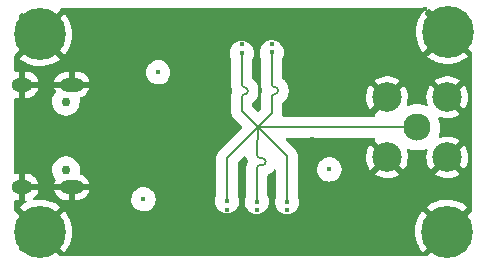
<source format=gbr>
%TF.GenerationSoftware,KiCad,Pcbnew,6.0.4-6f826c9f35~116~ubuntu20.04.1*%
%TF.CreationDate,2022-04-28T13:00:12+07:00*%
%TF.ProjectId,W2AEWPulseGenerator,57324145-5750-4756-9c73-6547656e6572,rev?*%
%TF.SameCoordinates,Original*%
%TF.FileFunction,Copper,L4,Bot*%
%TF.FilePolarity,Positive*%
%FSLAX46Y46*%
G04 Gerber Fmt 4.6, Leading zero omitted, Abs format (unit mm)*
G04 Created by KiCad (PCBNEW 6.0.4-6f826c9f35~116~ubuntu20.04.1) date 2022-04-28 13:00:12*
%MOMM*%
%LPD*%
G01*
G04 APERTURE LIST*
%TA.AperFunction,ComponentPad*%
%ADD10C,0.700000*%
%TD*%
%TA.AperFunction,ComponentPad*%
%ADD11C,4.400000*%
%TD*%
%TA.AperFunction,ComponentPad*%
%ADD12C,2.300000*%
%TD*%
%TA.AperFunction,ComponentPad*%
%ADD13C,2.500000*%
%TD*%
%TA.AperFunction,ComponentPad*%
%ADD14C,0.750000*%
%TD*%
%TA.AperFunction,ComponentPad*%
%ADD15O,2.000000X1.200000*%
%TD*%
%TA.AperFunction,ComponentPad*%
%ADD16O,1.800000X1.200000*%
%TD*%
%TA.AperFunction,ViaPad*%
%ADD17C,0.450000*%
%TD*%
%TA.AperFunction,Conductor*%
%ADD18C,0.205740*%
%TD*%
G04 APERTURE END LIST*
D10*
%TO.P,H3,1,1*%
%TO.N,GND*%
X136460000Y-82090000D03*
X135293274Y-82573274D03*
X134810000Y-83740000D03*
D11*
X136460000Y-83740000D03*
D10*
X137626726Y-82573274D03*
X136460000Y-85390000D03*
X135293274Y-84906726D03*
X138110000Y-83740000D03*
X137626726Y-84906726D03*
%TD*%
%TO.P,H4,1,1*%
%TO.N,GND*%
X100823274Y-82573274D03*
X100823274Y-84906726D03*
X101990000Y-82090000D03*
X103156726Y-84906726D03*
X101990000Y-85390000D03*
X103640000Y-83740000D03*
X100340000Y-83740000D03*
D11*
X101990000Y-83740000D03*
D10*
X103156726Y-82573274D03*
%TD*%
D12*
%TO.P,X1,1,1*%
%TO.N,/OUT*%
X133921150Y-74904600D03*
D13*
%TO.P,X1,2,2*%
%TO.N,GND*%
X131371250Y-72354700D03*
%TO.P,X1,3,2*%
X136471050Y-72354700D03*
%TO.P,X1,4,2*%
X136471050Y-77454500D03*
%TO.P,X1,5,2*%
X131371250Y-77454500D03*
%TD*%
D14*
%TO.P,USBC1,*%
%TO.N,*%
X104184600Y-72737900D03*
X104184600Y-78537900D03*
D15*
%TO.P,USBC1,0,0*%
%TO.N,GND*%
X104684600Y-71307900D03*
D16*
X100484600Y-79967900D03*
D15*
X104684600Y-79967900D03*
D16*
X100484600Y-71307900D03*
%TD*%
D10*
%TO.P,H2,1,1*%
%TO.N,GND*%
X103630000Y-67020000D03*
X101980000Y-68670000D03*
X100813274Y-68186726D03*
X100330000Y-67020000D03*
X101980000Y-65370000D03*
X103146726Y-68186726D03*
X103146726Y-65853274D03*
D11*
X101980000Y-67020000D03*
D10*
X100813274Y-65853274D03*
%TD*%
D11*
%TO.P,H1,1,1*%
%TO.N,GND*%
X136520000Y-66820000D03*
D10*
X136520000Y-68470000D03*
X138170000Y-66820000D03*
X134870000Y-66820000D03*
X137686726Y-65653274D03*
X135353274Y-67986726D03*
X137686726Y-67986726D03*
X135353274Y-65653274D03*
X136520000Y-65170000D03*
%TD*%
D17*
%TO.N,VCC*%
X126490000Y-78470000D03*
X110750000Y-81000000D03*
X112000000Y-70250000D03*
%TO.N,GND*%
X116960000Y-76630000D03*
X134620000Y-64860000D03*
X124270000Y-81160000D03*
X120345200Y-81915000D03*
X112000000Y-83500000D03*
X127640000Y-73730000D03*
X119100600Y-67843400D03*
X122910600Y-81915000D03*
X116480000Y-77900000D03*
X128180000Y-81210000D03*
X114250000Y-83500000D03*
X122750000Y-69750000D03*
X116480000Y-79990000D03*
X117017800Y-72110600D03*
X115510000Y-68580000D03*
X129133600Y-72085200D03*
X118000000Y-69750000D03*
X117850000Y-81910000D03*
X107054000Y-72462900D03*
X128219200Y-77647800D03*
X107109400Y-78875000D03*
X109750000Y-80000000D03*
X109150000Y-74180000D03*
X129750000Y-73740000D03*
X120290000Y-70360000D03*
X126000000Y-73740000D03*
X121615200Y-67843400D03*
X117970000Y-73520000D03*
X126700000Y-76350000D03*
X129160000Y-76220000D03*
X124170000Y-79810000D03*
X125030000Y-75900000D03*
%TO.N,/OUT*%
X119075200Y-68607400D03*
X120345200Y-81203800D03*
X117830600Y-81153000D03*
X122910600Y-81229200D03*
X121615200Y-68555600D03*
%TD*%
D18*
%TO.N,GND*%
X135353274Y-65653274D02*
X135353274Y-65593274D01*
X135353274Y-65593274D02*
X134620000Y-64860000D01*
%TO.N,/OUT*%
X121615200Y-73736200D02*
X120446800Y-74904600D01*
X121615200Y-72360540D02*
X121615200Y-72447000D01*
X121871971Y-72103770D02*
X121871970Y-72103770D01*
X119075200Y-72472400D02*
X119075200Y-73533000D01*
X120345200Y-77209800D02*
X120450000Y-74920000D01*
X119075200Y-72369756D02*
X119075200Y-72472400D01*
X119323878Y-71521078D02*
X119323879Y-71521078D01*
X122910600Y-81229200D02*
X122910600Y-77368400D01*
X121615200Y-68555600D02*
X121615200Y-71247000D01*
X121615200Y-72447000D02*
X121615200Y-73736200D01*
X120450000Y-74920000D02*
X120345200Y-75006200D01*
X121871970Y-71503770D02*
X121871971Y-71503770D01*
X119075200Y-68607400D02*
X119075200Y-71272400D01*
X119075200Y-73533000D02*
X120446800Y-74904600D01*
X120345200Y-75006200D02*
X120446800Y-74904600D01*
X120645200Y-78109800D02*
X120804582Y-78109800D01*
X117830600Y-77520800D02*
X120446800Y-74904600D01*
X119323879Y-72121078D02*
X119323878Y-72121078D01*
X122910600Y-77368400D02*
X120446800Y-74904600D01*
X133921150Y-74904600D02*
X120446800Y-74904600D01*
X122128741Y-71760540D02*
X122128741Y-71847000D01*
X117830600Y-81153000D02*
X117830600Y-77520800D01*
X120345200Y-81203800D02*
X120345200Y-78409800D01*
X120804582Y-77509800D02*
X120645200Y-77509800D01*
X119572557Y-71769756D02*
X119572557Y-71872400D01*
X120345200Y-77209800D02*
G75*
G03*
X120645200Y-77509800I300000J0D01*
G01*
X119323879Y-72121057D02*
G75*
G03*
X119572557Y-71872400I21J248657D01*
G01*
X122128730Y-71760540D02*
G75*
G03*
X121871971Y-71503770I-256730J40D01*
G01*
X121104600Y-77809800D02*
G75*
G02*
X120804582Y-78109800I-300000J0D01*
G01*
X119075178Y-72369756D02*
G75*
G02*
X119323878Y-72121078I248722J-44D01*
G01*
X121871970Y-71503800D02*
G75*
G02*
X121615200Y-71247000I30J256800D01*
G01*
X119323878Y-71521100D02*
G75*
G02*
X119075200Y-71272400I22J248700D01*
G01*
X119572622Y-71769756D02*
G75*
G03*
X119323879Y-71521078I-248722J-44D01*
G01*
X120645200Y-78109800D02*
G75*
G03*
X120345200Y-78409800I0J-300000D01*
G01*
X120804582Y-77509818D02*
G75*
G02*
X121104582Y-77809800I18J-299982D01*
G01*
X121615270Y-72360540D02*
G75*
G02*
X121871970Y-72103770I256730J40D01*
G01*
X121871971Y-72103741D02*
G75*
G03*
X122128741Y-71847000I29J256741D01*
G01*
%TD*%
%TA.AperFunction,Conductor*%
%TO.N,GND*%
G36*
X134455936Y-64842160D02*
G01*
X134502429Y-64895816D01*
X134512533Y-64966090D01*
X134486355Y-65026681D01*
X134302766Y-65257072D01*
X134298410Y-65263270D01*
X134131059Y-65534764D01*
X134127479Y-65541440D01*
X133993956Y-65831074D01*
X133991206Y-65838125D01*
X133893444Y-66141708D01*
X133891561Y-66149041D01*
X133830979Y-66462170D01*
X133829992Y-66469670D01*
X133807467Y-66787802D01*
X133807388Y-66795383D01*
X133823245Y-67113914D01*
X133824076Y-67121443D01*
X133878085Y-67435759D01*
X133879818Y-67443146D01*
X133971196Y-67748695D01*
X133973799Y-67755808D01*
X134101227Y-68048173D01*
X134104669Y-68054929D01*
X134266296Y-68329865D01*
X134270519Y-68336150D01*
X134421463Y-68533934D01*
X134432989Y-68542396D01*
X134445054Y-68535735D01*
X136430905Y-66549885D01*
X136493217Y-66515859D01*
X136564033Y-66520924D01*
X136609095Y-66549885D01*
X138555151Y-68495940D01*
X138589176Y-68558252D01*
X138592056Y-68585035D01*
X138592056Y-81918626D01*
X138572054Y-81986747D01*
X138545863Y-82011374D01*
X138546850Y-82012361D01*
X136460000Y-84099210D01*
X134749575Y-85809636D01*
X134687263Y-85843662D01*
X134660480Y-85846541D01*
X103789520Y-85846541D01*
X103721399Y-85826539D01*
X103700425Y-85809636D01*
X101631921Y-83741131D01*
X102354408Y-83741131D01*
X102354539Y-83742966D01*
X102358790Y-83749580D01*
X104063285Y-85454074D01*
X104076408Y-85461240D01*
X104086709Y-85453851D01*
X104190751Y-85326055D01*
X104195164Y-85319914D01*
X104365349Y-85050187D01*
X104369005Y-85043536D01*
X104505544Y-84755335D01*
X104508375Y-84748295D01*
X104609306Y-84445767D01*
X104611270Y-84438433D01*
X104675122Y-84125989D01*
X104676194Y-84118465D01*
X104702173Y-83799051D01*
X104702378Y-83794576D01*
X104702927Y-83742221D01*
X104702817Y-83737789D01*
X104701466Y-83715383D01*
X133747388Y-83715383D01*
X133763245Y-84033914D01*
X133764076Y-84041443D01*
X133818085Y-84355759D01*
X133819818Y-84363146D01*
X133911196Y-84668695D01*
X133913799Y-84675808D01*
X134041227Y-84968173D01*
X134044669Y-84974929D01*
X134206296Y-85249865D01*
X134210519Y-85256150D01*
X134361463Y-85453934D01*
X134372989Y-85462396D01*
X134385054Y-85455735D01*
X136087980Y-83752810D01*
X136095592Y-83738869D01*
X136095461Y-83737034D01*
X136091210Y-83730420D01*
X134386445Y-82025656D01*
X134373510Y-82018592D01*
X134362949Y-82026252D01*
X134242766Y-82177072D01*
X134238410Y-82183270D01*
X134071059Y-82454764D01*
X134067479Y-82461440D01*
X133933956Y-82751074D01*
X133931206Y-82758125D01*
X133833444Y-83061708D01*
X133831561Y-83069041D01*
X133770979Y-83382170D01*
X133769992Y-83389670D01*
X133747467Y-83707802D01*
X133747388Y-83715383D01*
X104701466Y-83715383D01*
X104683529Y-83417853D01*
X104682621Y-83410351D01*
X104625319Y-83096593D01*
X104623518Y-83089260D01*
X104528935Y-82784655D01*
X104526263Y-82777583D01*
X104395781Y-82486570D01*
X104392264Y-82479843D01*
X104227771Y-82206621D01*
X104223481Y-82200377D01*
X104087991Y-82026647D01*
X104076199Y-82018178D01*
X104064486Y-82024725D01*
X102362020Y-83727190D01*
X102354408Y-83741131D01*
X101631921Y-83741131D01*
X101630790Y-83740000D01*
X99916444Y-82025655D01*
X99884623Y-82008279D01*
X99834421Y-81958077D01*
X99819009Y-81897692D01*
X99819009Y-81653423D01*
X100267917Y-81653423D01*
X100274520Y-81665309D01*
X101977190Y-83367980D01*
X101991131Y-83375592D01*
X101992966Y-83375461D01*
X101999580Y-83371210D01*
X103704559Y-81666230D01*
X103711571Y-81653389D01*
X103703777Y-81642701D01*
X103541298Y-81514613D01*
X103535075Y-81510288D01*
X103262702Y-81344357D01*
X103256025Y-81340822D01*
X102965686Y-81208813D01*
X102958616Y-81206099D01*
X102654537Y-81109932D01*
X102647186Y-81108085D01*
X102333746Y-81049142D01*
X102326237Y-81048194D01*
X102007989Y-81027335D01*
X102000424Y-81027295D01*
X101681964Y-81044821D01*
X101674451Y-81045690D01*
X101565547Y-81064991D01*
X101494981Y-81057183D01*
X101439838Y-81012464D01*
X101417626Y-80945032D01*
X101435397Y-80876295D01*
X101465726Y-80841838D01*
X101547456Y-80777638D01*
X101556106Y-80769401D01*
X101686812Y-80618777D01*
X101693747Y-80609053D01*
X101793610Y-80436433D01*
X101798584Y-80425569D01*
X101864007Y-80237173D01*
X101864248Y-80236184D01*
X101864122Y-80235299D01*
X103209312Y-80235299D01*
X103230794Y-80324437D01*
X103234683Y-80335732D01*
X103317229Y-80517282D01*
X103323176Y-80527624D01*
X103438568Y-80690297D01*
X103446361Y-80699325D01*
X103590431Y-80837242D01*
X103599796Y-80844638D01*
X103767341Y-80952821D01*
X103777945Y-80958317D01*
X103962912Y-81032861D01*
X103974370Y-81036255D01*
X104171528Y-81074757D01*
X104180391Y-81075834D01*
X104183100Y-81075900D01*
X104412485Y-81075900D01*
X104427724Y-81071425D01*
X104428929Y-81070035D01*
X104430600Y-81062352D01*
X104430600Y-81057785D01*
X104938600Y-81057785D01*
X104943075Y-81073024D01*
X104944465Y-81074229D01*
X104952148Y-81075900D01*
X105134432Y-81075900D01*
X105140408Y-81075615D01*
X105289094Y-81061429D01*
X105300828Y-81059170D01*
X105492199Y-81003028D01*
X105503275Y-80998598D01*
X105528487Y-80985613D01*
X109719638Y-80985613D01*
X109721142Y-81003523D01*
X109735830Y-81178430D01*
X109736467Y-81186018D01*
X109791901Y-81379338D01*
X109807185Y-81409078D01*
X109850949Y-81494233D01*
X109883828Y-81558210D01*
X109887651Y-81563034D01*
X109887654Y-81563038D01*
X109930487Y-81617079D01*
X110008748Y-81715819D01*
X110013442Y-81719814D01*
X110105066Y-81797792D01*
X110161901Y-81846163D01*
X110167279Y-81849169D01*
X110167281Y-81849170D01*
X110248507Y-81894565D01*
X110337456Y-81944277D01*
X110528723Y-82006424D01*
X110728420Y-82030236D01*
X110734555Y-82029764D01*
X110734557Y-82029764D01*
X110922796Y-82015280D01*
X110922800Y-82015279D01*
X110928938Y-82014807D01*
X110984968Y-81999163D01*
X111116696Y-81962384D01*
X111116700Y-81962383D01*
X111122640Y-81960724D01*
X111128144Y-81957944D01*
X111128146Y-81957943D01*
X111296646Y-81872828D01*
X111296648Y-81872827D01*
X111302149Y-81870048D01*
X111447442Y-81756533D01*
X111455771Y-81750026D01*
X111455772Y-81750025D01*
X111460627Y-81746232D01*
X111550803Y-81641762D01*
X111588008Y-81598660D01*
X111588009Y-81598658D01*
X111592037Y-81593992D01*
X111612364Y-81558210D01*
X111688329Y-81424488D01*
X111688331Y-81424484D01*
X111691374Y-81419127D01*
X111726101Y-81314734D01*
X111752909Y-81234145D01*
X111752910Y-81234142D01*
X111754854Y-81228297D01*
X111766184Y-81138613D01*
X116800238Y-81138613D01*
X116800754Y-81144756D01*
X116816408Y-81331167D01*
X116817067Y-81339018D01*
X116872501Y-81532338D01*
X116901423Y-81588615D01*
X116941312Y-81666230D01*
X116964428Y-81711210D01*
X116968251Y-81716034D01*
X116968254Y-81716038D01*
X117028650Y-81792238D01*
X117089348Y-81868819D01*
X117094042Y-81872814D01*
X117209134Y-81970765D01*
X117242501Y-81999163D01*
X117247879Y-82002169D01*
X117247881Y-82002170D01*
X117290971Y-82026252D01*
X117418056Y-82097277D01*
X117609323Y-82159424D01*
X117809020Y-82183236D01*
X117815155Y-82182764D01*
X117815157Y-82182764D01*
X118003396Y-82168280D01*
X118003400Y-82168279D01*
X118009538Y-82167807D01*
X118073383Y-82149981D01*
X118197296Y-82115384D01*
X118197300Y-82115383D01*
X118203240Y-82113724D01*
X118208744Y-82110944D01*
X118208746Y-82110943D01*
X118377246Y-82025828D01*
X118377248Y-82025827D01*
X118382749Y-82023048D01*
X118487421Y-81941270D01*
X118536371Y-81903026D01*
X118536372Y-81903025D01*
X118541227Y-81899232D01*
X118642477Y-81781933D01*
X118668608Y-81751660D01*
X118668609Y-81751658D01*
X118672637Y-81746992D01*
X118693090Y-81710988D01*
X118768929Y-81577488D01*
X118768931Y-81577484D01*
X118771974Y-81572127D01*
X118810106Y-81457497D01*
X118833509Y-81387145D01*
X118833510Y-81387142D01*
X118835454Y-81381297D01*
X118860660Y-81181772D01*
X118861062Y-81153000D01*
X118841437Y-80952849D01*
X118783310Y-80760321D01*
X118748718Y-80695264D01*
X118733970Y-80636112D01*
X118733970Y-77947178D01*
X118753972Y-77879057D01*
X118770875Y-77858083D01*
X119250775Y-77378183D01*
X119313087Y-77344157D01*
X119383902Y-77349222D01*
X119440738Y-77391769D01*
X119462389Y-77437864D01*
X119497188Y-77582812D01*
X119499081Y-77587383D01*
X119499082Y-77587385D01*
X119569674Y-77757808D01*
X119568522Y-77758285D01*
X119580559Y-77822373D01*
X119569059Y-77861537D01*
X119569674Y-77861792D01*
X119497188Y-78036788D01*
X119484018Y-78091645D01*
X119454125Y-78216156D01*
X119454124Y-78216162D01*
X119452970Y-78220969D01*
X119446780Y-78299627D01*
X119441978Y-78360639D01*
X119441679Y-78363892D01*
X119436854Y-78409800D01*
X119437544Y-78416365D01*
X119441140Y-78450577D01*
X119441830Y-78463748D01*
X119441830Y-80685900D01*
X119426244Y-80746601D01*
X119401035Y-80792455D01*
X119401030Y-80792466D01*
X119398066Y-80797858D01*
X119396205Y-80803725D01*
X119396204Y-80803727D01*
X119350772Y-80946947D01*
X119337256Y-80989555D01*
X119314838Y-81189413D01*
X119317885Y-81225694D01*
X119330438Y-81375178D01*
X119331667Y-81389818D01*
X119333365Y-81395739D01*
X119333365Y-81395740D01*
X119341609Y-81424488D01*
X119387101Y-81583138D01*
X119429331Y-81665309D01*
X119452921Y-81711210D01*
X119479028Y-81762010D01*
X119482851Y-81766834D01*
X119482854Y-81766838D01*
X119566862Y-81872828D01*
X119603948Y-81919619D01*
X119608642Y-81923614D01*
X119728743Y-82025828D01*
X119757101Y-82049963D01*
X119762479Y-82052969D01*
X119762481Y-82052970D01*
X119836379Y-82094270D01*
X119932656Y-82148077D01*
X120123923Y-82210224D01*
X120323620Y-82234036D01*
X120329755Y-82233564D01*
X120329757Y-82233564D01*
X120517996Y-82219080D01*
X120518000Y-82219079D01*
X120524138Y-82218607D01*
X120620923Y-82191584D01*
X120711896Y-82166184D01*
X120711900Y-82166183D01*
X120717840Y-82164524D01*
X120723344Y-82161744D01*
X120723346Y-82161743D01*
X120891846Y-82076628D01*
X120891848Y-82076627D01*
X120897349Y-82073848D01*
X121055827Y-81950032D01*
X121161283Y-81827860D01*
X121183208Y-81802460D01*
X121183209Y-81802458D01*
X121187237Y-81797792D01*
X121207564Y-81762010D01*
X121283529Y-81628288D01*
X121283531Y-81628284D01*
X121286574Y-81622927D01*
X121329384Y-81494233D01*
X121348109Y-81437945D01*
X121348110Y-81437942D01*
X121350054Y-81432097D01*
X121375260Y-81232572D01*
X121375662Y-81203800D01*
X121356037Y-81003649D01*
X121297910Y-80811121D01*
X121263318Y-80746064D01*
X121248570Y-80686912D01*
X121248570Y-79012614D01*
X121268572Y-78944493D01*
X121326355Y-78896204D01*
X121347984Y-78887246D01*
X121347990Y-78887243D01*
X121352563Y-78885349D01*
X121371986Y-78873448D01*
X121509856Y-78788968D01*
X121514075Y-78786383D01*
X121658117Y-78663368D01*
X121781140Y-78519334D01*
X121781421Y-78519574D01*
X121835519Y-78477859D01*
X121906255Y-78471785D01*
X121969046Y-78504918D01*
X122003956Y-78566739D01*
X122007230Y-78595275D01*
X122007230Y-80711300D01*
X121991644Y-80772001D01*
X121966435Y-80817855D01*
X121966430Y-80817866D01*
X121963466Y-80823258D01*
X121961605Y-80829125D01*
X121961604Y-80829127D01*
X121938858Y-80900831D01*
X121902656Y-81014955D01*
X121880238Y-81214813D01*
X121882649Y-81243526D01*
X121894710Y-81387145D01*
X121897067Y-81415218D01*
X121952501Y-81608538D01*
X121998465Y-81697974D01*
X122033856Y-81766838D01*
X122044428Y-81787410D01*
X122048251Y-81792234D01*
X122048254Y-81792238D01*
X122161448Y-81935051D01*
X122169348Y-81945019D01*
X122174042Y-81949014D01*
X122268923Y-82029764D01*
X122322501Y-82075363D01*
X122327879Y-82078369D01*
X122327881Y-82078370D01*
X122386164Y-82110943D01*
X122498056Y-82173477D01*
X122689323Y-82235624D01*
X122889020Y-82259436D01*
X122895155Y-82258964D01*
X122895157Y-82258964D01*
X123083396Y-82244480D01*
X123083400Y-82244479D01*
X123089538Y-82244007D01*
X123180510Y-82218607D01*
X123277296Y-82191584D01*
X123277300Y-82191583D01*
X123283240Y-82189924D01*
X123288744Y-82187144D01*
X123288746Y-82187143D01*
X123457246Y-82102028D01*
X123457248Y-82102027D01*
X123462749Y-82099248D01*
X123552014Y-82029507D01*
X123616371Y-81979226D01*
X123616372Y-81979225D01*
X123621227Y-81975432D01*
X123709792Y-81872828D01*
X123748608Y-81827860D01*
X123748609Y-81827858D01*
X123752637Y-81823192D01*
X123755682Y-81817832D01*
X123848929Y-81653688D01*
X123848931Y-81653684D01*
X123849079Y-81653423D01*
X134737917Y-81653423D01*
X134744520Y-81665309D01*
X136447190Y-83367980D01*
X136461131Y-83375592D01*
X136462966Y-83375461D01*
X136469580Y-83371210D01*
X138174559Y-81666230D01*
X138181571Y-81653389D01*
X138173777Y-81642701D01*
X138011298Y-81514613D01*
X138005075Y-81510288D01*
X137732702Y-81344357D01*
X137726025Y-81340822D01*
X137435686Y-81208813D01*
X137428616Y-81206099D01*
X137124537Y-81109932D01*
X137117186Y-81108085D01*
X136803746Y-81049142D01*
X136796237Y-81048194D01*
X136477989Y-81027335D01*
X136470424Y-81027295D01*
X136151964Y-81044821D01*
X136144450Y-81045690D01*
X135830405Y-81101348D01*
X135823044Y-81103115D01*
X135517980Y-81196092D01*
X135510860Y-81198740D01*
X135219182Y-81327690D01*
X135212445Y-81331167D01*
X134938355Y-81494233D01*
X134932091Y-81498490D01*
X134746385Y-81641762D01*
X134737917Y-81653423D01*
X123849079Y-81653423D01*
X123851974Y-81648327D01*
X123915454Y-81457497D01*
X123940660Y-81257972D01*
X123941062Y-81229200D01*
X123921437Y-81029049D01*
X123863310Y-80836521D01*
X123828718Y-80771464D01*
X123813970Y-80712312D01*
X123813970Y-78455613D01*
X125459638Y-78455613D01*
X125476467Y-78656018D01*
X125478165Y-78661939D01*
X125478165Y-78661940D01*
X125479497Y-78666584D01*
X125531901Y-78849338D01*
X125549078Y-78882761D01*
X125600583Y-78982979D01*
X125623828Y-79028210D01*
X125627651Y-79033034D01*
X125627654Y-79033038D01*
X125673723Y-79091162D01*
X125748748Y-79185819D01*
X125753442Y-79189814D01*
X125784031Y-79215847D01*
X125901901Y-79316163D01*
X125907279Y-79319169D01*
X125907281Y-79319170D01*
X125989678Y-79365220D01*
X126077456Y-79414277D01*
X126268723Y-79476424D01*
X126468420Y-79500236D01*
X126474555Y-79499764D01*
X126474557Y-79499764D01*
X126662796Y-79485280D01*
X126662800Y-79485279D01*
X126668938Y-79484807D01*
X126705782Y-79474520D01*
X126856696Y-79432384D01*
X126856700Y-79432383D01*
X126862640Y-79430724D01*
X126868144Y-79427944D01*
X126868146Y-79427943D01*
X127036646Y-79342828D01*
X127036648Y-79342827D01*
X127042149Y-79340048D01*
X127200627Y-79216232D01*
X127284092Y-79119537D01*
X127328008Y-79068660D01*
X127328009Y-79068658D01*
X127332037Y-79063992D01*
X127352364Y-79028210D01*
X127428329Y-78894488D01*
X127428331Y-78894484D01*
X127431374Y-78889127D01*
X127439855Y-78863633D01*
X130326862Y-78863633D01*
X130335575Y-78875153D01*
X130433268Y-78946784D01*
X130441178Y-78951727D01*
X130664140Y-79069033D01*
X130672703Y-79072756D01*
X130910554Y-79155818D01*
X130919563Y-79158232D01*
X131167092Y-79205227D01*
X131176348Y-79206281D01*
X131428107Y-79216173D01*
X131437421Y-79215847D01*
X131687865Y-79188420D01*
X131697042Y-79186719D01*
X131940681Y-79122574D01*
X131949501Y-79119537D01*
X132180986Y-79020083D01*
X132189258Y-79015776D01*
X132403499Y-78883200D01*
X132410438Y-78878158D01*
X132418768Y-78865519D01*
X132417664Y-78863633D01*
X135426662Y-78863633D01*
X135435375Y-78875153D01*
X135533068Y-78946784D01*
X135540978Y-78951727D01*
X135763940Y-79069033D01*
X135772503Y-79072756D01*
X136010354Y-79155818D01*
X136019363Y-79158232D01*
X136266892Y-79205227D01*
X136276148Y-79206281D01*
X136527907Y-79216173D01*
X136537221Y-79215847D01*
X136787665Y-79188420D01*
X136796842Y-79186719D01*
X137040481Y-79122574D01*
X137049301Y-79119537D01*
X137280786Y-79020083D01*
X137289058Y-79015776D01*
X137503299Y-78883200D01*
X137510238Y-78878158D01*
X137518568Y-78865519D01*
X137512506Y-78855166D01*
X136483862Y-77826522D01*
X136469918Y-77818908D01*
X136468085Y-77819039D01*
X136461470Y-77823290D01*
X135433320Y-78851440D01*
X135426662Y-78863633D01*
X132417664Y-78863633D01*
X132412706Y-78855166D01*
X131384062Y-77826522D01*
X131370118Y-77818908D01*
X131368285Y-77819039D01*
X131361670Y-77823290D01*
X130333520Y-78851440D01*
X130326862Y-78863633D01*
X127439855Y-78863633D01*
X127476719Y-78752814D01*
X127492909Y-78704145D01*
X127492910Y-78704142D01*
X127494854Y-78698297D01*
X127520060Y-78498772D01*
X127520462Y-78470000D01*
X127500837Y-78269849D01*
X127442710Y-78077321D01*
X127418727Y-78032215D01*
X127351190Y-77905197D01*
X127351189Y-77905195D01*
X127348294Y-77899751D01*
X127268027Y-77801334D01*
X127225081Y-77748676D01*
X127225078Y-77748673D01*
X127221186Y-77743901D01*
X127214638Y-77738484D01*
X127070977Y-77619637D01*
X127070974Y-77619635D01*
X127066227Y-77615708D01*
X126889320Y-77520055D01*
X126772506Y-77483895D01*
X126703090Y-77462407D01*
X126703087Y-77462406D01*
X126697203Y-77460585D01*
X126691078Y-77459941D01*
X126691077Y-77459941D01*
X126503322Y-77440207D01*
X126503321Y-77440207D01*
X126497194Y-77439563D01*
X126413056Y-77447220D01*
X126303050Y-77457231D01*
X126303047Y-77457232D01*
X126296911Y-77457790D01*
X126291005Y-77459528D01*
X126291001Y-77459529D01*
X126190474Y-77489116D01*
X126103982Y-77514572D01*
X126048441Y-77543608D01*
X125938053Y-77601318D01*
X125925757Y-77607746D01*
X125769024Y-77733763D01*
X125639752Y-77887823D01*
X125636788Y-77893215D01*
X125636785Y-77893219D01*
X125607121Y-77947178D01*
X125542866Y-78064058D01*
X125541005Y-78069925D01*
X125541004Y-78069927D01*
X125493091Y-78220969D01*
X125482056Y-78255755D01*
X125459638Y-78455613D01*
X123813970Y-78455613D01*
X123813970Y-77449413D01*
X123815521Y-77429702D01*
X123816669Y-77422455D01*
X123817701Y-77415939D01*
X123817548Y-77413023D01*
X129609148Y-77413023D01*
X129621237Y-77664675D01*
X129622374Y-77673935D01*
X129671524Y-77921035D01*
X129674018Y-77930028D01*
X129759150Y-78167139D01*
X129762950Y-78175674D01*
X129882196Y-78397601D01*
X129887207Y-78405468D01*
X129950696Y-78490490D01*
X129961954Y-78498939D01*
X129974373Y-78492167D01*
X130999228Y-77467312D01*
X131006842Y-77453368D01*
X131006711Y-77451535D01*
X131002460Y-77444920D01*
X129972571Y-76415031D01*
X129959263Y-76407764D01*
X129949224Y-76414886D01*
X129939011Y-76427166D01*
X129933596Y-76434758D01*
X129802896Y-76650146D01*
X129798658Y-76658463D01*
X129701231Y-76890799D01*
X129698270Y-76899649D01*
X129636256Y-77143831D01*
X129634634Y-77153028D01*
X129609393Y-77403698D01*
X129609148Y-77413023D01*
X123817548Y-77413023D01*
X123817292Y-77408121D01*
X123814143Y-77348053D01*
X123813970Y-77341458D01*
X123813970Y-77321058D01*
X123811837Y-77300762D01*
X123811320Y-77294187D01*
X123808108Y-77232905D01*
X123807762Y-77226303D01*
X123804155Y-77212841D01*
X123800553Y-77193408D01*
X123800553Y-77193407D01*
X123799096Y-77179544D01*
X123778086Y-77114881D01*
X123776214Y-77108563D01*
X123760323Y-77049255D01*
X123760322Y-77049252D01*
X123758614Y-77042878D01*
X123752288Y-77030463D01*
X123744720Y-77012193D01*
X123740415Y-76998942D01*
X123706422Y-76940064D01*
X123703276Y-76934269D01*
X123675403Y-76879567D01*
X123675401Y-76879564D01*
X123672403Y-76873680D01*
X123668251Y-76868553D01*
X123668248Y-76868548D01*
X123663634Y-76862851D01*
X123652435Y-76846556D01*
X123648769Y-76840206D01*
X123648766Y-76840202D01*
X123645467Y-76834488D01*
X123599970Y-76783958D01*
X123595687Y-76778942D01*
X123584939Y-76765669D01*
X123584927Y-76765655D01*
X123582855Y-76763097D01*
X123568451Y-76748693D01*
X123563909Y-76743908D01*
X123522821Y-76698275D01*
X123518402Y-76693367D01*
X123513060Y-76689486D01*
X123513058Y-76689484D01*
X123507124Y-76685173D01*
X123492090Y-76672332D01*
X122842823Y-76023065D01*
X122808797Y-75960753D01*
X122813862Y-75889938D01*
X122856409Y-75833102D01*
X122922929Y-75808291D01*
X122931918Y-75807970D01*
X130254177Y-75807970D01*
X130322298Y-75827972D01*
X130368791Y-75881628D01*
X130378895Y-75951902D01*
X130349401Y-76016482D01*
X130341124Y-76023721D01*
X130324466Y-76043303D01*
X130329039Y-76053079D01*
X132771163Y-78495203D01*
X132783543Y-78501963D01*
X132791884Y-78495719D01*
X132918015Y-78299627D01*
X132922462Y-78291436D01*
X133025941Y-78061722D01*
X133029132Y-78052955D01*
X133097519Y-77810476D01*
X133099379Y-77801334D01*
X133131366Y-77549896D01*
X133131847Y-77543608D01*
X133134097Y-77457660D01*
X133133946Y-77451351D01*
X133115162Y-77198574D01*
X133113786Y-77189368D01*
X133058179Y-76943626D01*
X133055455Y-76934715D01*
X133033949Y-76879412D01*
X133027902Y-76808673D01*
X133061059Y-76745895D01*
X133122893Y-76711008D01*
X133193772Y-76715090D01*
X133200513Y-76717719D01*
X133283632Y-76752916D01*
X133283637Y-76752918D01*
X133287735Y-76754653D01*
X133292032Y-76755792D01*
X133292037Y-76755794D01*
X133421232Y-76790049D01*
X133554729Y-76825445D01*
X133829034Y-76857911D01*
X134105177Y-76851404D01*
X134236270Y-76829584D01*
X134373258Y-76806783D01*
X134373262Y-76806782D01*
X134377648Y-76806052D01*
X134381889Y-76804711D01*
X134381892Y-76804710D01*
X134636750Y-76724109D01*
X134636755Y-76724107D01*
X134640055Y-76723063D01*
X134640058Y-76723063D01*
X134641011Y-76722761D01*
X134641077Y-76722969D01*
X134709891Y-76716659D01*
X134772873Y-76749429D01*
X134808140Y-76811047D01*
X134804495Y-76881950D01*
X134801780Y-76889013D01*
X134801032Y-76890796D01*
X134798070Y-76899649D01*
X134736056Y-77143831D01*
X134734434Y-77153028D01*
X134709193Y-77403698D01*
X134708948Y-77413023D01*
X134721037Y-77664675D01*
X134722174Y-77673935D01*
X134771324Y-77921035D01*
X134773818Y-77930028D01*
X134858950Y-78167139D01*
X134862750Y-78175674D01*
X134981996Y-78397601D01*
X134987007Y-78405468D01*
X135050496Y-78490490D01*
X135061754Y-78498939D01*
X135074173Y-78492167D01*
X136110708Y-77455632D01*
X136835458Y-77455632D01*
X136835589Y-77457465D01*
X136839840Y-77464080D01*
X137870963Y-78495203D01*
X137883343Y-78501963D01*
X137891684Y-78495719D01*
X138017815Y-78299627D01*
X138022262Y-78291436D01*
X138125741Y-78061722D01*
X138128932Y-78052955D01*
X138197319Y-77810476D01*
X138199179Y-77801334D01*
X138231166Y-77549896D01*
X138231647Y-77543608D01*
X138233897Y-77457660D01*
X138233746Y-77451351D01*
X138214962Y-77198574D01*
X138213586Y-77189368D01*
X138157979Y-76943626D01*
X138155255Y-76934715D01*
X138063938Y-76699892D01*
X138059927Y-76691483D01*
X137934904Y-76472740D01*
X137929693Y-76465014D01*
X137892441Y-76417761D01*
X137880516Y-76409290D01*
X137868984Y-76415776D01*
X136843072Y-77441688D01*
X136835458Y-77455632D01*
X136110708Y-77455632D01*
X137509469Y-76056871D01*
X137515853Y-76045181D01*
X137506441Y-76033070D01*
X137369643Y-75938170D01*
X137361615Y-75933442D01*
X137135643Y-75822005D01*
X137127010Y-75818517D01*
X136887048Y-75741705D01*
X136877988Y-75739529D01*
X136629310Y-75699029D01*
X136620023Y-75698217D01*
X136368103Y-75694919D01*
X136358792Y-75695489D01*
X136109147Y-75729464D01*
X136100028Y-75731402D01*
X135887450Y-75793363D01*
X135816454Y-75793222D01*
X135756804Y-75754720D01*
X135727439Y-75690081D01*
X135736952Y-75621449D01*
X135759225Y-75571069D01*
X135759228Y-75571061D01*
X135761025Y-75566996D01*
X135836003Y-75301147D01*
X135872773Y-75027386D01*
X135876632Y-74904600D01*
X135857123Y-74629070D01*
X135798987Y-74359038D01*
X135731875Y-74177122D01*
X135727063Y-74106289D01*
X135761310Y-74044099D01*
X135823743Y-74010297D01*
X135891628Y-74014557D01*
X136010354Y-74056018D01*
X136019363Y-74058432D01*
X136266892Y-74105427D01*
X136276148Y-74106481D01*
X136527907Y-74116373D01*
X136537221Y-74116047D01*
X136787665Y-74088620D01*
X136796842Y-74086919D01*
X137040481Y-74022774D01*
X137049301Y-74019737D01*
X137280786Y-73920283D01*
X137289058Y-73915976D01*
X137503299Y-73783400D01*
X137510238Y-73778358D01*
X137518568Y-73765719D01*
X137512506Y-73755366D01*
X136112972Y-72355832D01*
X136835458Y-72355832D01*
X136835589Y-72357665D01*
X136839840Y-72364280D01*
X137870963Y-73395403D01*
X137883343Y-73402163D01*
X137891684Y-73395919D01*
X138017815Y-73199827D01*
X138022262Y-73191636D01*
X138125741Y-72961922D01*
X138128932Y-72953155D01*
X138197319Y-72710676D01*
X138199179Y-72701534D01*
X138231166Y-72450096D01*
X138231647Y-72443808D01*
X138233897Y-72357860D01*
X138233746Y-72351551D01*
X138214962Y-72098774D01*
X138213586Y-72089568D01*
X138157979Y-71843826D01*
X138155255Y-71834915D01*
X138063938Y-71600092D01*
X138059927Y-71591683D01*
X137934904Y-71372940D01*
X137929693Y-71365214D01*
X137892441Y-71317961D01*
X137880516Y-71309490D01*
X137868984Y-71315976D01*
X136843072Y-72341888D01*
X136835458Y-72355832D01*
X136112972Y-72355832D01*
X135072371Y-71315231D01*
X135059063Y-71307964D01*
X135049024Y-71315086D01*
X135038811Y-71327366D01*
X135033396Y-71334958D01*
X134902696Y-71550346D01*
X134898458Y-71558663D01*
X134801031Y-71790999D01*
X134798070Y-71799849D01*
X134736056Y-72044031D01*
X134734434Y-72053228D01*
X134709193Y-72303898D01*
X134708948Y-72313223D01*
X134721037Y-72564875D01*
X134722174Y-72574135D01*
X134771324Y-72821235D01*
X134773817Y-72830223D01*
X134811013Y-72933822D01*
X134815207Y-73004695D01*
X134780418Y-73066584D01*
X134717692Y-73099841D01*
X134646963Y-73093912D01*
X134500297Y-73037171D01*
X134500286Y-73037168D01*
X134496141Y-73035564D01*
X134491816Y-73034561D01*
X134491811Y-73034560D01*
X134331133Y-72997317D01*
X134227055Y-72973193D01*
X133951865Y-72949359D01*
X133947430Y-72949603D01*
X133947426Y-72949603D01*
X133680506Y-72964293D01*
X133680499Y-72964294D01*
X133676063Y-72964538D01*
X133511270Y-72997317D01*
X133409514Y-73017557D01*
X133409512Y-73017558D01*
X133405151Y-73018425D01*
X133196223Y-73091795D01*
X133125323Y-73095493D01*
X133063679Y-73060273D01*
X133030861Y-72997317D01*
X133033206Y-72938710D01*
X133097519Y-72710676D01*
X133099379Y-72701534D01*
X133131366Y-72450096D01*
X133131847Y-72443808D01*
X133134097Y-72357860D01*
X133133946Y-72351551D01*
X133115162Y-72098774D01*
X133113786Y-72089568D01*
X133058179Y-71843826D01*
X133055455Y-71834915D01*
X132964138Y-71600092D01*
X132960127Y-71591683D01*
X132835104Y-71372940D01*
X132829893Y-71365214D01*
X132792641Y-71317961D01*
X132780716Y-71309490D01*
X132769184Y-71315976D01*
X130333520Y-73751640D01*
X130326862Y-73763833D01*
X130346696Y-73790056D01*
X130346109Y-73790500D01*
X130376317Y-73830028D01*
X130382084Y-73900790D01*
X130348679Y-73963437D01*
X130286708Y-73998079D01*
X130258704Y-74001230D01*
X122638695Y-74001230D01*
X122570574Y-73981228D01*
X122524081Y-73927572D01*
X122512868Y-73868634D01*
X122513220Y-73861931D01*
X122515510Y-73818228D01*
X122515920Y-73810412D01*
X122516437Y-73803838D01*
X122518226Y-73786813D01*
X122518570Y-73783542D01*
X122518570Y-73763142D01*
X122518743Y-73756547D01*
X122521956Y-73695253D01*
X122521956Y-73695248D01*
X122522301Y-73688661D01*
X122520121Y-73674896D01*
X122518570Y-73655187D01*
X122518570Y-72876095D01*
X122538572Y-72807974D01*
X122572306Y-72772877D01*
X122615986Y-72742296D01*
X122620497Y-72739138D01*
X122692293Y-72667350D01*
X122760158Y-72599493D01*
X122760160Y-72599490D01*
X122764053Y-72595598D01*
X122811028Y-72528518D01*
X122877347Y-72433813D01*
X122880501Y-72429309D01*
X122915823Y-72353568D01*
X122934638Y-72313223D01*
X129609148Y-72313223D01*
X129621237Y-72564875D01*
X129622374Y-72574135D01*
X129671524Y-72821235D01*
X129674018Y-72830228D01*
X129759150Y-73067339D01*
X129762950Y-73075874D01*
X129882196Y-73297801D01*
X129887207Y-73305668D01*
X129950696Y-73390690D01*
X129961954Y-73399139D01*
X129974373Y-73392367D01*
X130999228Y-72367512D01*
X131006842Y-72353568D01*
X131006711Y-72351735D01*
X131002460Y-72345120D01*
X129972571Y-71315231D01*
X129959263Y-71307964D01*
X129949224Y-71315086D01*
X129939011Y-71327366D01*
X129933596Y-71334958D01*
X129802896Y-71550346D01*
X129798658Y-71558663D01*
X129701231Y-71790999D01*
X129698270Y-71799849D01*
X129636256Y-72044031D01*
X129634634Y-72053228D01*
X129609393Y-72303898D01*
X129609148Y-72313223D01*
X122934638Y-72313223D01*
X122963976Y-72250313D01*
X122963978Y-72250307D01*
X122966302Y-72245324D01*
X122985338Y-72174286D01*
X123017422Y-72054555D01*
X123017423Y-72054549D01*
X123018847Y-72049235D01*
X123033735Y-71879084D01*
X123033945Y-71876897D01*
X123036397Y-71853566D01*
X123036397Y-71853565D01*
X123037087Y-71847000D01*
X123035817Y-71834915D01*
X123033933Y-71816989D01*
X123033935Y-71790630D01*
X123036396Y-71767249D01*
X123036396Y-71767246D01*
X123037087Y-71760682D01*
X123036028Y-71750588D01*
X123033886Y-71730177D01*
X123033676Y-71727991D01*
X123019344Y-71563904D01*
X123019343Y-71563898D01*
X123018865Y-71558426D01*
X122996041Y-71473208D01*
X122967763Y-71367628D01*
X122967762Y-71367626D01*
X122966339Y-71362312D01*
X122920109Y-71263149D01*
X122882877Y-71183287D01*
X122882874Y-71183283D01*
X122880552Y-71178301D01*
X122764110Y-71011986D01*
X122695630Y-70943503D01*
X130324466Y-70943503D01*
X130329039Y-70953279D01*
X131358438Y-71982678D01*
X131372382Y-71990292D01*
X131374215Y-71990161D01*
X131380830Y-71985910D01*
X132409669Y-70957071D01*
X132416053Y-70945381D01*
X132414594Y-70943503D01*
X135424266Y-70943503D01*
X135428839Y-70953279D01*
X136458238Y-71982678D01*
X136472182Y-71990292D01*
X136474015Y-71990161D01*
X136480630Y-71985910D01*
X137509469Y-70957071D01*
X137515853Y-70945381D01*
X137506441Y-70933270D01*
X137369643Y-70838370D01*
X137361615Y-70833642D01*
X137135643Y-70722205D01*
X137127010Y-70718717D01*
X136887048Y-70641905D01*
X136877988Y-70639729D01*
X136629310Y-70599229D01*
X136620023Y-70598417D01*
X136368103Y-70595119D01*
X136358792Y-70595689D01*
X136109147Y-70629664D01*
X136100028Y-70631602D01*
X135858148Y-70702104D01*
X135849417Y-70705367D01*
X135620608Y-70810851D01*
X135612456Y-70815370D01*
X135433403Y-70932762D01*
X135424266Y-70943503D01*
X132414594Y-70943503D01*
X132406641Y-70933270D01*
X132269843Y-70838370D01*
X132261815Y-70833642D01*
X132035843Y-70722205D01*
X132027210Y-70718717D01*
X131787248Y-70641905D01*
X131778188Y-70639729D01*
X131529510Y-70599229D01*
X131520223Y-70598417D01*
X131268303Y-70595119D01*
X131258992Y-70595689D01*
X131009347Y-70629664D01*
X131000228Y-70631602D01*
X130758348Y-70702104D01*
X130749617Y-70705367D01*
X130520808Y-70810851D01*
X130512656Y-70815370D01*
X130333603Y-70932762D01*
X130324466Y-70943503D01*
X122695630Y-70943503D01*
X122620552Y-70868422D01*
X122607642Y-70859382D01*
X122572300Y-70834636D01*
X122527971Y-70779179D01*
X122518570Y-70731422D01*
X122518570Y-69074916D01*
X122535014Y-69012679D01*
X122553529Y-68980088D01*
X122553531Y-68980084D01*
X122556574Y-68974727D01*
X122579295Y-68906423D01*
X134798703Y-68906423D01*
X134806227Y-68916854D01*
X134945483Y-69029020D01*
X134951657Y-69033408D01*
X135222271Y-69202178D01*
X135228931Y-69205794D01*
X135517852Y-69340827D01*
X135524905Y-69343620D01*
X135827970Y-69442970D01*
X135835282Y-69444888D01*
X136148092Y-69507109D01*
X136155590Y-69508137D01*
X136473610Y-69532328D01*
X136481173Y-69532446D01*
X136799785Y-69518257D01*
X136807326Y-69517465D01*
X137121924Y-69465101D01*
X137129302Y-69463411D01*
X137435355Y-69373625D01*
X137442450Y-69371071D01*
X137735496Y-69245169D01*
X137742263Y-69241765D01*
X138018042Y-69081580D01*
X138024349Y-69077390D01*
X138234305Y-68918889D01*
X138242761Y-68907496D01*
X138236045Y-68895256D01*
X136532810Y-67192020D01*
X136518869Y-67184408D01*
X136517034Y-67184539D01*
X136510420Y-67188790D01*
X134805818Y-68893393D01*
X134798703Y-68906423D01*
X122579295Y-68906423D01*
X122620054Y-68783897D01*
X122645260Y-68584372D01*
X122645662Y-68555600D01*
X122626037Y-68355449D01*
X122567910Y-68162921D01*
X122557989Y-68144263D01*
X122476390Y-67990797D01*
X122476389Y-67990795D01*
X122473494Y-67985351D01*
X122426283Y-67927465D01*
X122350281Y-67834276D01*
X122350278Y-67834273D01*
X122346386Y-67829501D01*
X122339838Y-67824084D01*
X122196177Y-67705237D01*
X122196174Y-67705235D01*
X122191427Y-67701308D01*
X122014520Y-67605655D01*
X121918462Y-67575920D01*
X121828290Y-67548007D01*
X121828287Y-67548006D01*
X121822403Y-67546185D01*
X121816278Y-67545541D01*
X121816277Y-67545541D01*
X121628522Y-67525807D01*
X121628521Y-67525807D01*
X121622394Y-67525163D01*
X121538256Y-67532820D01*
X121428250Y-67542831D01*
X121428247Y-67542832D01*
X121422111Y-67543390D01*
X121416205Y-67545128D01*
X121416201Y-67545129D01*
X121306140Y-67577522D01*
X121229182Y-67600172D01*
X121050957Y-67693346D01*
X120894224Y-67819363D01*
X120764952Y-67973423D01*
X120761988Y-67978815D01*
X120761985Y-67978819D01*
X120682282Y-68123800D01*
X120668066Y-68149658D01*
X120666205Y-68155525D01*
X120666204Y-68155527D01*
X120610901Y-68329865D01*
X120607256Y-68341355D01*
X120584838Y-68541213D01*
X120585354Y-68547356D01*
X120601015Y-68733851D01*
X120601667Y-68741618D01*
X120657101Y-68934938D01*
X120659916Y-68940415D01*
X120697897Y-69014319D01*
X120711830Y-69071913D01*
X120711830Y-71193052D01*
X120711140Y-71206222D01*
X120706854Y-71247000D01*
X120707544Y-71253565D01*
X120707544Y-71253566D01*
X120709982Y-71276763D01*
X120710193Y-71278952D01*
X120718516Y-71374086D01*
X120725088Y-71449216D01*
X120777622Y-71645289D01*
X120779946Y-71650273D01*
X120779947Y-71650276D01*
X120826719Y-71750588D01*
X120837377Y-71820780D01*
X120826726Y-71857062D01*
X120777640Y-71962368D01*
X120725130Y-72158455D01*
X120713499Y-72291645D01*
X120710617Y-72324641D01*
X120710408Y-72326826D01*
X120706854Y-72360681D01*
X120707545Y-72367246D01*
X120711138Y-72401380D01*
X120711830Y-72414570D01*
X120711830Y-73309822D01*
X120691828Y-73377943D01*
X120674925Y-73398917D01*
X120535895Y-73537947D01*
X120473583Y-73571973D01*
X120402768Y-73566908D01*
X120357705Y-73537947D01*
X120015475Y-73195717D01*
X119981449Y-73133405D01*
X119978570Y-73106622D01*
X119978570Y-72885955D01*
X119998572Y-72817834D01*
X120032305Y-72782738D01*
X120062689Y-72761466D01*
X120062693Y-72761463D01*
X120067196Y-72758310D01*
X120209747Y-72615771D01*
X120223874Y-72595598D01*
X120279455Y-72516225D01*
X120325380Y-72450642D01*
X120335329Y-72429309D01*
X120408255Y-72272926D01*
X120408256Y-72272924D01*
X120410579Y-72267942D01*
X120462757Y-72073222D01*
X120477371Y-71906196D01*
X120477581Y-71904007D01*
X120480213Y-71878966D01*
X120480213Y-71878964D01*
X120480903Y-71872400D01*
X120480213Y-71865834D01*
X120476888Y-71834198D01*
X120476886Y-71807879D01*
X120480214Y-71776164D01*
X120480214Y-71776161D01*
X120480903Y-71769595D01*
X120477971Y-71741744D01*
X120477764Y-71739601D01*
X120463270Y-71574260D01*
X120463270Y-71574257D01*
X120462790Y-71568787D01*
X120410586Y-71374086D01*
X120325368Y-71191407D01*
X120275387Y-71120048D01*
X120212881Y-71030807D01*
X120212880Y-71030805D01*
X120209724Y-71026300D01*
X120067168Y-70883782D01*
X120032312Y-70859382D01*
X119987977Y-70803930D01*
X119978570Y-70756160D01*
X119978570Y-69126716D01*
X119995014Y-69064479D01*
X120013529Y-69031888D01*
X120013531Y-69031884D01*
X120016574Y-69026527D01*
X120080054Y-68835697D01*
X120105260Y-68636172D01*
X120105662Y-68607400D01*
X120086037Y-68407249D01*
X120027910Y-68214721D01*
X120017989Y-68196063D01*
X119936390Y-68042597D01*
X119936389Y-68042595D01*
X119933494Y-68037151D01*
X119877671Y-67968705D01*
X119810281Y-67886076D01*
X119810278Y-67886073D01*
X119806386Y-67881301D01*
X119799838Y-67875884D01*
X119656177Y-67757037D01*
X119656174Y-67757035D01*
X119651427Y-67753108D01*
X119474520Y-67657455D01*
X119378462Y-67627720D01*
X119288290Y-67599807D01*
X119288287Y-67599806D01*
X119282403Y-67597985D01*
X119276278Y-67597341D01*
X119276277Y-67597341D01*
X119088522Y-67577607D01*
X119088521Y-67577607D01*
X119082394Y-67576963D01*
X118998256Y-67584620D01*
X118888250Y-67594631D01*
X118888247Y-67594632D01*
X118882111Y-67595190D01*
X118876205Y-67596928D01*
X118876201Y-67596929D01*
X118733915Y-67638806D01*
X118689182Y-67651972D01*
X118615500Y-67690492D01*
X118548026Y-67725767D01*
X118510957Y-67745146D01*
X118354224Y-67871163D01*
X118224952Y-68025223D01*
X118221988Y-68030615D01*
X118221985Y-68030619D01*
X118212335Y-68048173D01*
X118128066Y-68201458D01*
X118126205Y-68207325D01*
X118126204Y-68207327D01*
X118069118Y-68387285D01*
X118067256Y-68393155D01*
X118044838Y-68593013D01*
X118045354Y-68599156D01*
X118060354Y-68777778D01*
X118061667Y-68793418D01*
X118117101Y-68986738D01*
X118119916Y-68992215D01*
X118157897Y-69066119D01*
X118171830Y-69123713D01*
X118171830Y-71218452D01*
X118171140Y-71231622D01*
X118166854Y-71272400D01*
X118167544Y-71278965D01*
X118167544Y-71278966D01*
X118170167Y-71303923D01*
X118170378Y-71306112D01*
X118183362Y-71454526D01*
X118184996Y-71473208D01*
X118237165Y-71667915D01*
X118270591Y-71739601D01*
X118283752Y-71767827D01*
X118294411Y-71838018D01*
X118283745Y-71874335D01*
X118239526Y-71969137D01*
X118239523Y-71969146D01*
X118237199Y-71974128D01*
X118235775Y-71979438D01*
X118235774Y-71979442D01*
X118187782Y-72158455D01*
X118185006Y-72168809D01*
X118171348Y-72324641D01*
X118170249Y-72337174D01*
X118170040Y-72339332D01*
X118166854Y-72369595D01*
X118167543Y-72376161D01*
X118167543Y-72376164D01*
X118171142Y-72410460D01*
X118171830Y-72423609D01*
X118171830Y-73451987D01*
X118170279Y-73471696D01*
X118168099Y-73485461D01*
X118168444Y-73492048D01*
X118168444Y-73492053D01*
X118171657Y-73553347D01*
X118171830Y-73559942D01*
X118171830Y-73580342D01*
X118172174Y-73583613D01*
X118173963Y-73600638D01*
X118174480Y-73607213D01*
X118177003Y-73655349D01*
X118178038Y-73675097D01*
X118181645Y-73688559D01*
X118185247Y-73707992D01*
X118186704Y-73721856D01*
X118205063Y-73778358D01*
X118207712Y-73786512D01*
X118209584Y-73792830D01*
X118227186Y-73858522D01*
X118230184Y-73864405D01*
X118233512Y-73870937D01*
X118241079Y-73889204D01*
X118245385Y-73902458D01*
X118258432Y-73925056D01*
X118279378Y-73961336D01*
X118282524Y-73967131D01*
X118299899Y-74001230D01*
X118313397Y-74027720D01*
X118317549Y-74032847D01*
X118317552Y-74032852D01*
X118322166Y-74038549D01*
X118333365Y-74054844D01*
X118337031Y-74061194D01*
X118337034Y-74061198D01*
X118340333Y-74066912D01*
X118359879Y-74088620D01*
X118385830Y-74117442D01*
X118390113Y-74122458D01*
X118400861Y-74135731D01*
X118400873Y-74135745D01*
X118402945Y-74138303D01*
X118417349Y-74152707D01*
X118421890Y-74157491D01*
X118467398Y-74208033D01*
X118472740Y-74211914D01*
X118472742Y-74211916D01*
X118478676Y-74216227D01*
X118493710Y-74229068D01*
X119080147Y-74815505D01*
X119114173Y-74877817D01*
X119109108Y-74948632D01*
X119080147Y-74993695D01*
X117249110Y-76824732D01*
X117234076Y-76837573D01*
X117228142Y-76841884D01*
X117228140Y-76841886D01*
X117222798Y-76845767D01*
X117211958Y-76857806D01*
X117177291Y-76896308D01*
X117172749Y-76901093D01*
X117158345Y-76915497D01*
X117156273Y-76918055D01*
X117156261Y-76918069D01*
X117145513Y-76931342D01*
X117141230Y-76936358D01*
X117095733Y-76986888D01*
X117092434Y-76992602D01*
X117092431Y-76992606D01*
X117088765Y-76998956D01*
X117077566Y-77015251D01*
X117072952Y-77020948D01*
X117072949Y-77020953D01*
X117068797Y-77026080D01*
X117065799Y-77031964D01*
X117065797Y-77031967D01*
X117037924Y-77086669D01*
X117034778Y-77092464D01*
X117000785Y-77151342D01*
X116996480Y-77164593D01*
X116988912Y-77182863D01*
X116982586Y-77195278D01*
X116980878Y-77201652D01*
X116980877Y-77201655D01*
X116964986Y-77260963D01*
X116963114Y-77267281D01*
X116942104Y-77331944D01*
X116941414Y-77338514D01*
X116940647Y-77345808D01*
X116937045Y-77365241D01*
X116933438Y-77378703D01*
X116933092Y-77385305D01*
X116929880Y-77446587D01*
X116929363Y-77453162D01*
X116928877Y-77457790D01*
X116927230Y-77473458D01*
X116927230Y-77493858D01*
X116927057Y-77500453D01*
X116924466Y-77549896D01*
X116923499Y-77568339D01*
X116925326Y-77579871D01*
X116925679Y-77582102D01*
X116927230Y-77601813D01*
X116927230Y-80635100D01*
X116911644Y-80695801D01*
X116886435Y-80741655D01*
X116886430Y-80741666D01*
X116883466Y-80747058D01*
X116881605Y-80752925D01*
X116881604Y-80752927D01*
X116834686Y-80900831D01*
X116822656Y-80938755D01*
X116800238Y-81138613D01*
X111766184Y-81138613D01*
X111780060Y-81028772D01*
X111780462Y-81000000D01*
X111760837Y-80799849D01*
X111702710Y-80607321D01*
X111608294Y-80429751D01*
X111522402Y-80324437D01*
X111485081Y-80278676D01*
X111485078Y-80278673D01*
X111481186Y-80273901D01*
X111474638Y-80268484D01*
X111330977Y-80149637D01*
X111330974Y-80149635D01*
X111326227Y-80145708D01*
X111149320Y-80050055D01*
X111053261Y-80020320D01*
X110963090Y-79992407D01*
X110963087Y-79992406D01*
X110957203Y-79990585D01*
X110951078Y-79989941D01*
X110951077Y-79989941D01*
X110763322Y-79970207D01*
X110763321Y-79970207D01*
X110757194Y-79969563D01*
X110673056Y-79977220D01*
X110563050Y-79987231D01*
X110563047Y-79987232D01*
X110556911Y-79987790D01*
X110551005Y-79989528D01*
X110551001Y-79989529D01*
X110408715Y-80031407D01*
X110363982Y-80044572D01*
X110185757Y-80137746D01*
X110029024Y-80263763D01*
X109899752Y-80417823D01*
X109896788Y-80423215D01*
X109896785Y-80423219D01*
X109889521Y-80436433D01*
X109802866Y-80594058D01*
X109801005Y-80599925D01*
X109801004Y-80599927D01*
X109763469Y-80718252D01*
X109742056Y-80785755D01*
X109719638Y-80985613D01*
X105528487Y-80985613D01*
X105680578Y-80907281D01*
X105690624Y-80900831D01*
X105847457Y-80777638D01*
X105856106Y-80769401D01*
X105986812Y-80618777D01*
X105993747Y-80609053D01*
X106093610Y-80436433D01*
X106098584Y-80425569D01*
X106164007Y-80237173D01*
X106164248Y-80236184D01*
X106162780Y-80225892D01*
X106149215Y-80221900D01*
X104956715Y-80221900D01*
X104941476Y-80226375D01*
X104940271Y-80227765D01*
X104938600Y-80235448D01*
X104938600Y-81057785D01*
X104430600Y-81057785D01*
X104430600Y-80240015D01*
X104426125Y-80224776D01*
X104424735Y-80223571D01*
X104417052Y-80221900D01*
X103224198Y-80221900D01*
X103210667Y-80225873D01*
X103209312Y-80235299D01*
X101864122Y-80235299D01*
X101862780Y-80225892D01*
X101849215Y-80221900D01*
X100756715Y-80221900D01*
X100741476Y-80226375D01*
X100740271Y-80227765D01*
X100738600Y-80235448D01*
X100738600Y-81057785D01*
X100743075Y-81073024D01*
X100744465Y-81074229D01*
X100754322Y-81076373D01*
X100816635Y-81110398D01*
X100850660Y-81172710D01*
X100845596Y-81243526D01*
X100803050Y-81300362D01*
X100778488Y-81314734D01*
X100749176Y-81327693D01*
X100742445Y-81331167D01*
X100468355Y-81494233D01*
X100462091Y-81498490D01*
X100276385Y-81641762D01*
X100267917Y-81653423D01*
X99819009Y-81653423D01*
X99819009Y-81178430D01*
X99839011Y-81110309D01*
X99892667Y-81063816D01*
X99969159Y-81054766D01*
X100071528Y-81074757D01*
X100080391Y-81075834D01*
X100083100Y-81075900D01*
X100212485Y-81075900D01*
X100227724Y-81071425D01*
X100228929Y-81070035D01*
X100230600Y-81062352D01*
X100230600Y-79695785D01*
X100738600Y-79695785D01*
X100743075Y-79711024D01*
X100744465Y-79712229D01*
X100752148Y-79713900D01*
X101845002Y-79713900D01*
X101858533Y-79709927D01*
X101859888Y-79700501D01*
X101838406Y-79611363D01*
X101834517Y-79600068D01*
X101751971Y-79418518D01*
X101746024Y-79408176D01*
X101630632Y-79245503D01*
X101622839Y-79236475D01*
X101478769Y-79098558D01*
X101469404Y-79091162D01*
X101301859Y-78982979D01*
X101291255Y-78977483D01*
X101106288Y-78902939D01*
X101094830Y-78899545D01*
X100897672Y-78861043D01*
X100888809Y-78859966D01*
X100886100Y-78859900D01*
X100756715Y-78859900D01*
X100741476Y-78864375D01*
X100740271Y-78865765D01*
X100738600Y-78873448D01*
X100738600Y-79695785D01*
X100230600Y-79695785D01*
X100230600Y-78878015D01*
X100226125Y-78862776D01*
X100224735Y-78861571D01*
X100217052Y-78859900D01*
X100134768Y-78859900D01*
X100128792Y-78860185D01*
X99980103Y-78874371D01*
X99968834Y-78876541D01*
X99898160Y-78869781D01*
X99842360Y-78825884D01*
X99819009Y-78752814D01*
X99819009Y-78506997D01*
X103004469Y-78506997D01*
X103018598Y-78722577D01*
X103020020Y-78728175D01*
X103020020Y-78728177D01*
X103056915Y-78873448D01*
X103071778Y-78931971D01*
X103162226Y-79128168D01*
X103286913Y-79304597D01*
X103289940Y-79307546D01*
X103318765Y-79371878D01*
X103308158Y-79442078D01*
X103302986Y-79452011D01*
X103275590Y-79499367D01*
X103270616Y-79510231D01*
X103205193Y-79698627D01*
X103204952Y-79699616D01*
X103206420Y-79709908D01*
X103219985Y-79713900D01*
X104169640Y-79713900D01*
X104174587Y-79713997D01*
X104246384Y-79716818D01*
X104255160Y-79715545D01*
X104257517Y-79715204D01*
X104275596Y-79713900D01*
X106145002Y-79713900D01*
X106158533Y-79709927D01*
X106159888Y-79700501D01*
X106138406Y-79611363D01*
X106134517Y-79600068D01*
X106051971Y-79418518D01*
X106046024Y-79408176D01*
X105930632Y-79245503D01*
X105922839Y-79236475D01*
X105778769Y-79098558D01*
X105769404Y-79091162D01*
X105601859Y-78982979D01*
X105591258Y-78977485D01*
X105416136Y-78906908D01*
X105360430Y-78862893D01*
X105337364Y-78795748D01*
X105338539Y-78771962D01*
X105341316Y-78752814D01*
X105363518Y-78599684D01*
X105365136Y-78537900D01*
X105352762Y-78403236D01*
X105345897Y-78328518D01*
X105345896Y-78328515D01*
X105345368Y-78322764D01*
X105336819Y-78292453D01*
X105288293Y-78120393D01*
X105288292Y-78120391D01*
X105286725Y-78114834D01*
X105275290Y-78091645D01*
X105193727Y-77926253D01*
X105191172Y-77921072D01*
X105108587Y-77810476D01*
X105065362Y-77752591D01*
X105065361Y-77752590D01*
X105061909Y-77747967D01*
X104966490Y-77659762D01*
X104907505Y-77605237D01*
X104907502Y-77605235D01*
X104903265Y-77601318D01*
X104720552Y-77486035D01*
X104519890Y-77405979D01*
X104308000Y-77363831D01*
X104302225Y-77363755D01*
X104302221Y-77363755D01*
X104193844Y-77362337D01*
X104091976Y-77361003D01*
X104086279Y-77361982D01*
X104086278Y-77361982D01*
X103884752Y-77396611D01*
X103879055Y-77397590D01*
X103676366Y-77472366D01*
X103490698Y-77582826D01*
X103486358Y-77586632D01*
X103486354Y-77586635D01*
X103332610Y-77721466D01*
X103328269Y-77725273D01*
X103324694Y-77729808D01*
X103324693Y-77729809D01*
X103248451Y-77826522D01*
X103194519Y-77894934D01*
X103191828Y-77900050D01*
X103191826Y-77900052D01*
X103096619Y-78081011D01*
X103093927Y-78086128D01*
X103029862Y-78292453D01*
X103004469Y-78506997D01*
X99819009Y-78506997D01*
X99819009Y-72706997D01*
X103004469Y-72706997D01*
X103018598Y-72922577D01*
X103020020Y-72928175D01*
X103020020Y-72928177D01*
X103070357Y-73126376D01*
X103071778Y-73131971D01*
X103162226Y-73328168D01*
X103286913Y-73504597D01*
X103291055Y-73508632D01*
X103350877Y-73566908D01*
X103441665Y-73655349D01*
X103621297Y-73775375D01*
X103626600Y-73777653D01*
X103626603Y-73777655D01*
X103710161Y-73813554D01*
X103819794Y-73860656D01*
X103897729Y-73878291D01*
X104024872Y-73907061D01*
X104024878Y-73907062D01*
X104030509Y-73908336D01*
X104036280Y-73908563D01*
X104036282Y-73908563D01*
X104101253Y-73911116D01*
X104246384Y-73916818D01*
X104356929Y-73900790D01*
X104454470Y-73886648D01*
X104454475Y-73886647D01*
X104460191Y-73885818D01*
X104465663Y-73883960D01*
X104465665Y-73883960D01*
X104659303Y-73818228D01*
X104659305Y-73818227D01*
X104664767Y-73816373D01*
X104853263Y-73710811D01*
X104880027Y-73688552D01*
X105000282Y-73588536D01*
X105019365Y-73572665D01*
X105157511Y-73406563D01*
X105263073Y-73218067D01*
X105305219Y-73093912D01*
X105330660Y-73018965D01*
X105330660Y-73018963D01*
X105332518Y-73013491D01*
X105333347Y-73007775D01*
X105333348Y-73007770D01*
X105362985Y-72803358D01*
X105363518Y-72799684D01*
X105365136Y-72737900D01*
X105350088Y-72574135D01*
X105345897Y-72528518D01*
X105345896Y-72528515D01*
X105345368Y-72522764D01*
X105343801Y-72517208D01*
X105343799Y-72517197D01*
X105343615Y-72516546D01*
X105343618Y-72516225D01*
X105342747Y-72511523D01*
X105343671Y-72511352D01*
X105344379Y-72445554D01*
X105383404Y-72386244D01*
X105429416Y-72361448D01*
X105492185Y-72343034D01*
X105503281Y-72338595D01*
X105680578Y-72247281D01*
X105690624Y-72240831D01*
X105847457Y-72117638D01*
X105856106Y-72109401D01*
X105986812Y-71958777D01*
X105993747Y-71949053D01*
X106093610Y-71776433D01*
X106098584Y-71765569D01*
X106164007Y-71577173D01*
X106164248Y-71576184D01*
X106162780Y-71565892D01*
X106149215Y-71561900D01*
X104161305Y-71561900D01*
X104159656Y-71561889D01*
X104158106Y-71561869D01*
X104091976Y-71561003D01*
X104088055Y-71561677D01*
X104082366Y-71561900D01*
X103224198Y-71561900D01*
X103210667Y-71565873D01*
X103209312Y-71575299D01*
X103230794Y-71664437D01*
X103234683Y-71675732D01*
X103309102Y-71839409D01*
X103319088Y-71909700D01*
X103293351Y-71969566D01*
X103234648Y-72044031D01*
X103194519Y-72094934D01*
X103191828Y-72100050D01*
X103191826Y-72100052D01*
X103155651Y-72168809D01*
X103093927Y-72286128D01*
X103092214Y-72291645D01*
X103042845Y-72450642D01*
X103029862Y-72492453D01*
X103004469Y-72706997D01*
X99819009Y-72706997D01*
X99819009Y-72518430D01*
X99839011Y-72450309D01*
X99892667Y-72403816D01*
X99969159Y-72394766D01*
X100071528Y-72414757D01*
X100080391Y-72415834D01*
X100083100Y-72415900D01*
X100212485Y-72415900D01*
X100227724Y-72411425D01*
X100228929Y-72410035D01*
X100230600Y-72402352D01*
X100230600Y-72397785D01*
X100738600Y-72397785D01*
X100743075Y-72413024D01*
X100744465Y-72414229D01*
X100752148Y-72415900D01*
X100834432Y-72415900D01*
X100840408Y-72415615D01*
X100989094Y-72401429D01*
X101000828Y-72399170D01*
X101192199Y-72343028D01*
X101203275Y-72338598D01*
X101380578Y-72247281D01*
X101390624Y-72240831D01*
X101547457Y-72117638D01*
X101556106Y-72109401D01*
X101686812Y-71958777D01*
X101693747Y-71949053D01*
X101793610Y-71776433D01*
X101798584Y-71765569D01*
X101864007Y-71577173D01*
X101864248Y-71576184D01*
X101862780Y-71565892D01*
X101849215Y-71561900D01*
X100756715Y-71561900D01*
X100741476Y-71566375D01*
X100740271Y-71567765D01*
X100738600Y-71575448D01*
X100738600Y-72397785D01*
X100230600Y-72397785D01*
X100230600Y-71035785D01*
X100738600Y-71035785D01*
X100743075Y-71051024D01*
X100744465Y-71052229D01*
X100752148Y-71053900D01*
X101845002Y-71053900D01*
X101858533Y-71049927D01*
X101859888Y-71040501D01*
X101859675Y-71039616D01*
X103204952Y-71039616D01*
X103206420Y-71049908D01*
X103219985Y-71053900D01*
X104412485Y-71053900D01*
X104427724Y-71049425D01*
X104428929Y-71048035D01*
X104430600Y-71040352D01*
X104430600Y-71035785D01*
X104938600Y-71035785D01*
X104943075Y-71051024D01*
X104944465Y-71052229D01*
X104952148Y-71053900D01*
X106145002Y-71053900D01*
X106158533Y-71049927D01*
X106159888Y-71040501D01*
X106138406Y-70951363D01*
X106134517Y-70940068D01*
X106051971Y-70758518D01*
X106046024Y-70748176D01*
X105930632Y-70585503D01*
X105922839Y-70576475D01*
X105778769Y-70438558D01*
X105769404Y-70431162D01*
X105601859Y-70322979D01*
X105591255Y-70317483D01*
X105406288Y-70242939D01*
X105394830Y-70239545D01*
X105374695Y-70235613D01*
X110969638Y-70235613D01*
X110970154Y-70241756D01*
X110976975Y-70322979D01*
X110986467Y-70436018D01*
X111041901Y-70629338D01*
X111062350Y-70669127D01*
X111128075Y-70797015D01*
X111133828Y-70808210D01*
X111137651Y-70813034D01*
X111137654Y-70813038D01*
X111184634Y-70872311D01*
X111258748Y-70965819D01*
X111263442Y-70969814D01*
X111346499Y-71040501D01*
X111411901Y-71096163D01*
X111417279Y-71099169D01*
X111417281Y-71099170D01*
X111499678Y-71145220D01*
X111587456Y-71194277D01*
X111778723Y-71256424D01*
X111978420Y-71280236D01*
X111984555Y-71279764D01*
X111984557Y-71279764D01*
X112172796Y-71265280D01*
X112172800Y-71265279D01*
X112178938Y-71264807D01*
X112266228Y-71240435D01*
X112366696Y-71212384D01*
X112366700Y-71212383D01*
X112372640Y-71210724D01*
X112378144Y-71207944D01*
X112378146Y-71207943D01*
X112546646Y-71122828D01*
X112546648Y-71122827D01*
X112552149Y-71120048D01*
X112710627Y-70996232D01*
X112787535Y-70907133D01*
X112838008Y-70848660D01*
X112838009Y-70848658D01*
X112842037Y-70843992D01*
X112862364Y-70808210D01*
X112938329Y-70674488D01*
X112938331Y-70674484D01*
X112941374Y-70669127D01*
X113004854Y-70478297D01*
X113030060Y-70278772D01*
X113030462Y-70250000D01*
X113010837Y-70049849D01*
X112952710Y-69857321D01*
X112858294Y-69679751D01*
X112769657Y-69571071D01*
X112735081Y-69528676D01*
X112735078Y-69528673D01*
X112731186Y-69523901D01*
X112724364Y-69518257D01*
X112580977Y-69399637D01*
X112580974Y-69399635D01*
X112576227Y-69395708D01*
X112399320Y-69300055D01*
X112222012Y-69245169D01*
X112213090Y-69242407D01*
X112213087Y-69242406D01*
X112207203Y-69240585D01*
X112201078Y-69239941D01*
X112201077Y-69239941D01*
X112013322Y-69220207D01*
X112013321Y-69220207D01*
X112007194Y-69219563D01*
X111923056Y-69227220D01*
X111813050Y-69237231D01*
X111813047Y-69237232D01*
X111806911Y-69237790D01*
X111801005Y-69239528D01*
X111801001Y-69239529D01*
X111658715Y-69281407D01*
X111613982Y-69294572D01*
X111435757Y-69387746D01*
X111279024Y-69513763D01*
X111149752Y-69667823D01*
X111146788Y-69673215D01*
X111146785Y-69673219D01*
X111114290Y-69732328D01*
X111052866Y-69844058D01*
X111051005Y-69849925D01*
X111051004Y-69849927D01*
X111046787Y-69863221D01*
X110992056Y-70035755D01*
X110969638Y-70235613D01*
X105374695Y-70235613D01*
X105197672Y-70201043D01*
X105188809Y-70199966D01*
X105186100Y-70199900D01*
X104956715Y-70199900D01*
X104941476Y-70204375D01*
X104940271Y-70205765D01*
X104938600Y-70213448D01*
X104938600Y-71035785D01*
X104430600Y-71035785D01*
X104430600Y-70218015D01*
X104426125Y-70202776D01*
X104424735Y-70201571D01*
X104417052Y-70199900D01*
X104234768Y-70199900D01*
X104228792Y-70200185D01*
X104080106Y-70214371D01*
X104068372Y-70216630D01*
X103877001Y-70272772D01*
X103865925Y-70277202D01*
X103688622Y-70368519D01*
X103678576Y-70374969D01*
X103521743Y-70498162D01*
X103513094Y-70506399D01*
X103382388Y-70657023D01*
X103375453Y-70666747D01*
X103275590Y-70839367D01*
X103270616Y-70850231D01*
X103205193Y-71038627D01*
X103204952Y-71039616D01*
X101859675Y-71039616D01*
X101838406Y-70951363D01*
X101834517Y-70940068D01*
X101751971Y-70758518D01*
X101746024Y-70748176D01*
X101630632Y-70585503D01*
X101622839Y-70576475D01*
X101478769Y-70438558D01*
X101469404Y-70431162D01*
X101301859Y-70322979D01*
X101291255Y-70317483D01*
X101106288Y-70242939D01*
X101094830Y-70239545D01*
X100897672Y-70201043D01*
X100888809Y-70199966D01*
X100886100Y-70199900D01*
X100756715Y-70199900D01*
X100741476Y-70204375D01*
X100740271Y-70205765D01*
X100738600Y-70213448D01*
X100738600Y-71035785D01*
X100230600Y-71035785D01*
X100230600Y-70218015D01*
X100226125Y-70202776D01*
X100224735Y-70201571D01*
X100217052Y-70199900D01*
X100134768Y-70199900D01*
X100128792Y-70200185D01*
X99980103Y-70214371D01*
X99968834Y-70216541D01*
X99898160Y-70209781D01*
X99842360Y-70165884D01*
X99819009Y-70092814D01*
X99819009Y-69106423D01*
X100258703Y-69106423D01*
X100266227Y-69116854D01*
X100405483Y-69229020D01*
X100411657Y-69233408D01*
X100682271Y-69402178D01*
X100688931Y-69405794D01*
X100977852Y-69540827D01*
X100984905Y-69543620D01*
X101287970Y-69642970D01*
X101295282Y-69644888D01*
X101608092Y-69707109D01*
X101615590Y-69708137D01*
X101933610Y-69732328D01*
X101941173Y-69732446D01*
X102259785Y-69718257D01*
X102267326Y-69717465D01*
X102581924Y-69665101D01*
X102589302Y-69663411D01*
X102895355Y-69573625D01*
X102902450Y-69571071D01*
X103195496Y-69445169D01*
X103202263Y-69441765D01*
X103478042Y-69281580D01*
X103484349Y-69277390D01*
X103694305Y-69118889D01*
X103702761Y-69107496D01*
X103696045Y-69095256D01*
X101992810Y-67392020D01*
X101978869Y-67384408D01*
X101977034Y-67384539D01*
X101970420Y-67388790D01*
X100265818Y-69093393D01*
X100258703Y-69106423D01*
X99819009Y-69106423D01*
X99819009Y-68857604D01*
X99839011Y-68789483D01*
X99884109Y-68747299D01*
X99905054Y-68735735D01*
X101619659Y-67021131D01*
X102344408Y-67021131D01*
X102344539Y-67022966D01*
X102348790Y-67029580D01*
X104053285Y-68734074D01*
X104066408Y-68741240D01*
X104076709Y-68733851D01*
X104180751Y-68606055D01*
X104185164Y-68599914D01*
X104355349Y-68330187D01*
X104359005Y-68323536D01*
X104495544Y-68035335D01*
X104498375Y-68028295D01*
X104599306Y-67725767D01*
X104601270Y-67718433D01*
X104665122Y-67405989D01*
X104666194Y-67398465D01*
X104692173Y-67079051D01*
X104692378Y-67074576D01*
X104692927Y-67022221D01*
X104692817Y-67017789D01*
X104673529Y-66697853D01*
X104672621Y-66690351D01*
X104615319Y-66376593D01*
X104613518Y-66369260D01*
X104518935Y-66064655D01*
X104516263Y-66057583D01*
X104385781Y-65766570D01*
X104382264Y-65759843D01*
X104217771Y-65486621D01*
X104213481Y-65480377D01*
X104077991Y-65306647D01*
X104066199Y-65298178D01*
X104054486Y-65304725D01*
X102352020Y-67007190D01*
X102344408Y-67021131D01*
X101619659Y-67021131D01*
X101980000Y-66660790D01*
X103694561Y-64946228D01*
X103714118Y-64910413D01*
X103719044Y-64887770D01*
X103769248Y-64837569D01*
X103829630Y-64822158D01*
X134387815Y-64822158D01*
X134455936Y-64842160D01*
G37*
%TD.AperFunction*%
%TA.AperFunction,Conductor*%
G36*
X101322683Y-84152273D02*
G01*
X101367746Y-84181234D01*
X101548766Y-84362254D01*
X101582792Y-84424566D01*
X101577727Y-84495381D01*
X101548766Y-84540444D01*
X100646757Y-85442453D01*
X100584445Y-85476479D01*
X100513630Y-85471414D01*
X100482153Y-85454226D01*
X100447689Y-85428426D01*
X100436508Y-85420056D01*
X100422931Y-85408290D01*
X100281810Y-85267166D01*
X100247786Y-85204854D01*
X100252852Y-85134039D01*
X100281812Y-85088978D01*
X101189556Y-84181234D01*
X101251868Y-84147208D01*
X101322683Y-84152273D01*
G37*
%TD.AperFunction*%
%TA.AperFunction,Conductor*%
G36*
X137215381Y-84152273D02*
G01*
X137260444Y-84181234D01*
X138148749Y-85069539D01*
X138182775Y-85131851D01*
X138177710Y-85202666D01*
X138148750Y-85247729D01*
X137988171Y-85408309D01*
X137974590Y-85420078D01*
X137951204Y-85437584D01*
X137884687Y-85462395D01*
X137815313Y-85447305D01*
X137786601Y-85425811D01*
X136901234Y-84540444D01*
X136867208Y-84478132D01*
X136872273Y-84407317D01*
X136901234Y-84362254D01*
X137082254Y-84181234D01*
X137144566Y-84147208D01*
X137215381Y-84152273D01*
G37*
%TD.AperFunction*%
%TA.AperFunction,Conductor*%
G36*
X100545273Y-65242165D02*
G01*
X100590336Y-65271126D01*
X101538766Y-66219556D01*
X101572792Y-66281868D01*
X101567727Y-66352683D01*
X101538766Y-66397746D01*
X101357746Y-66578766D01*
X101295434Y-66612792D01*
X101224619Y-66607727D01*
X101179556Y-66578766D01*
X100234884Y-65634094D01*
X100200858Y-65571782D01*
X100205923Y-65500967D01*
X100223109Y-65469492D01*
X100245478Y-65439609D01*
X100257252Y-65426021D01*
X100412145Y-65271126D01*
X100474457Y-65237101D01*
X100545273Y-65242165D01*
G37*
%TD.AperFunction*%
%TA.AperFunction,Conductor*%
G36*
X137891866Y-65193090D02*
G01*
X137923343Y-65210278D01*
X137974578Y-65248632D01*
X137988164Y-65260405D01*
X138124390Y-65396631D01*
X138158416Y-65458943D01*
X138153351Y-65529758D01*
X138124390Y-65574822D01*
X137320444Y-66378767D01*
X137258132Y-66412792D01*
X137187316Y-66407727D01*
X137142254Y-66378766D01*
X136961234Y-66197746D01*
X136927208Y-66135434D01*
X136932273Y-66064619D01*
X136961234Y-66019556D01*
X137758739Y-65222051D01*
X137821051Y-65188025D01*
X137891866Y-65193090D01*
G37*
%TD.AperFunction*%
%TA.AperFunction,Conductor*%
G36*
X134941929Y-64898821D02*
G01*
X134986992Y-64927782D01*
X136078766Y-66019556D01*
X136112792Y-66081868D01*
X136107727Y-66152683D01*
X136078766Y-66197746D01*
X135897746Y-66378766D01*
X135835434Y-66412792D01*
X135764619Y-66407727D01*
X135719556Y-66378766D01*
X134627782Y-65286992D01*
X134593756Y-65224680D01*
X134598821Y-65153865D01*
X134627782Y-65108802D01*
X134808802Y-64927782D01*
X134871114Y-64893756D01*
X134941929Y-64898821D01*
G37*
%TD.AperFunction*%
%TD*%
M02*

</source>
